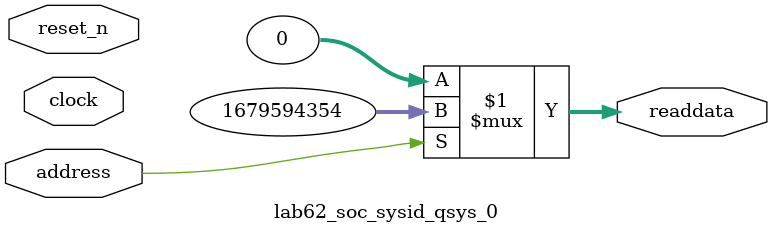
<source format=v>



// synthesis translate_off
`timescale 1ns / 1ps
// synthesis translate_on

// turn off superfluous verilog processor warnings 
// altera message_level Level1 
// altera message_off 10034 10035 10036 10037 10230 10240 10030 

module lab62_soc_sysid_qsys_0 (
               // inputs:
                address,
                clock,
                reset_n,

               // outputs:
                readdata
             )
;

  output  [ 31: 0] readdata;
  input            address;
  input            clock;
  input            reset_n;

  wire    [ 31: 0] readdata;
  //control_slave, which is an e_avalon_slave
  assign readdata = address ? 1679594354 : 0;

endmodule



</source>
